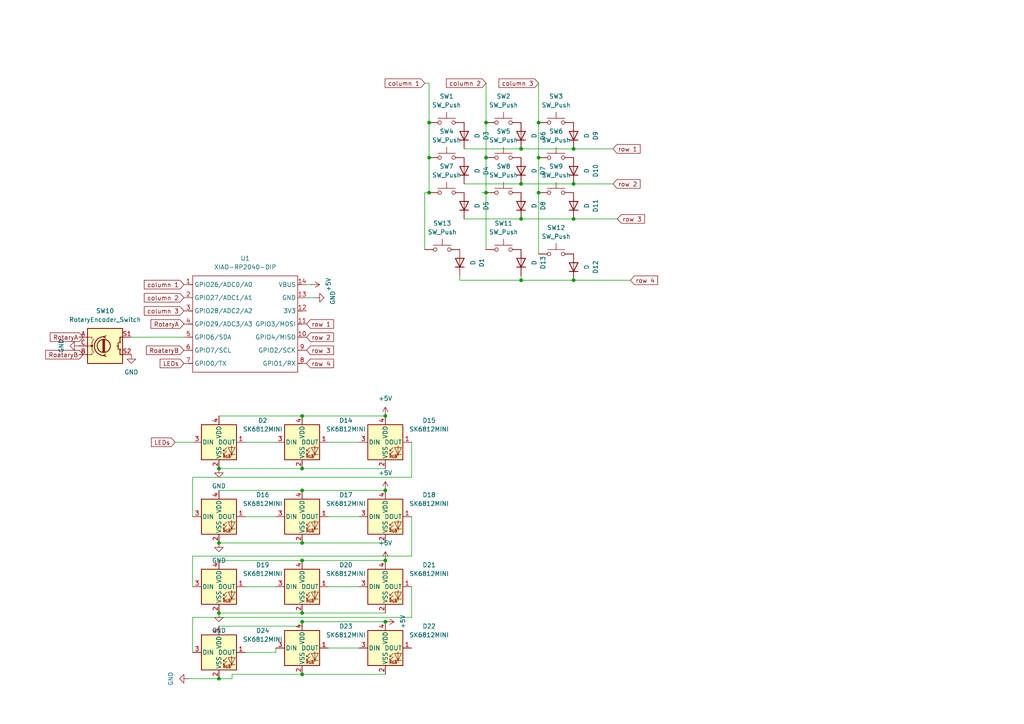
<source format=kicad_sch>
(kicad_sch (version 20231120) (generator "eeschema") (generator_version "8.0")
  (paper "A4")
  (lib_symbols
    (symbol "Device:D" (pin_numbers hide) (pin_names (offset 1.016) hide)
      (property "Reference" "D" (at 0 2.54 0))
      (property "Value" "D" (at 0 -2.54 0))
      (symbol "D_0_1"
        (polyline (pts (xy -1.27 1.27) (xy -1.27 -1.27)) (stroke (width 0.254)))
        (polyline (pts (xy 1.27 0) (xy -1.27 0)))
        (polyline (pts (xy 1.27 1.27) (xy 1.27 -1.27) (xy -1.27 0) (xy 1.27 1.27)) (stroke (width 0.254)))
      )
      (symbol "D_1_1"
        (pin passive line (at -3.81 0 0) (length 2.54) (name "K") (number "1"))
        (pin passive line (at 3.81 0 180) (length 2.54) (name "A") (number "2"))
      )
    )
    (symbol "Device:RotaryEncoder_Switch" (pin_names (offset 0.254) hide)
      (property "Reference" "SW" (at 0 6.604 0))
      (property "Value" "RotaryEncoder_Switch" (at 0 -6.604 0))
      (symbol "RotaryEncoder_Switch_0_1"
        (rectangle (start -5.08 5.08) (end 5.08 -5.08) (stroke (width 0.254)) (fill (type background)))
        (circle (center -3.81 0) (radius 0.254) (fill (type outline)))
        (circle (center -0.381 0) (radius 1.905) (stroke (width 0.254)))
        (arc (start -0.381 2.667) (mid -3.0988 -0.0635) (end -0.381 -2.794) (stroke (width 0.254)))
        (polyline (pts (xy -0.635 -1.778) (xy -0.635 1.778)) (stroke (width 0.254)))
        (polyline (pts (xy -0.381 -1.778) (xy -0.381 1.778)) (stroke (width 0.254)))
        (polyline (pts (xy -0.127 1.778) (xy -0.127 -1.778)) (stroke (width 0.254)))
        (polyline (pts (xy 3.81 0) (xy 3.429 0)) (stroke (width 0.254)))
        (polyline (pts (xy 3.81 1.016) (xy 3.81 -1.016)) (stroke (width 0.254)))
        (polyline (pts (xy -5.08 -2.54) (xy -3.81 -2.54) (xy -3.81 -2.032)))
        (polyline (pts (xy -5.08 2.54) (xy -3.81 2.54) (xy -3.81 2.032)))
        (polyline (pts (xy 0.254 -3.048) (xy -0.508 -2.794) (xy 0.127 -2.413)) (stroke (width 0.254)))
        (polyline (pts (xy 0.254 2.921) (xy -0.508 2.667) (xy 0.127 2.286)) (stroke (width 0.254)))
        (polyline (pts (xy 5.08 -2.54) (xy 4.318 -2.54) (xy 4.318 -1.016)) (stroke (width 0.254)))
        (polyline (pts (xy 5.08 2.54) (xy 4.318 2.54) (xy 4.318 1.016)) (stroke (width 0.254)))
        (polyline (pts (xy -5.08 0) (xy -3.81 0) (xy -3.81 -1.016) (xy -3.302 -2.032)))
        (polyline (pts (xy -4.318 0) (xy -3.81 0) (xy -3.81 1.016) (xy -3.302 2.032)))
        (circle (center 4.318 -1.016) (radius 0.127) (stroke (width 0.254)))
        (circle (center 4.318 1.016) (radius 0.127) (stroke (width 0.254)))
      )
      (symbol "RotaryEncoder_Switch_1_1"
        (pin passive line (at -7.62 2.54 0) (length 2.54) (name "A") (number "A"))
        (pin passive line (at -7.62 -2.54 0) (length 2.54) (name "B") (number "B"))
        (pin passive line (at -7.62 0 0) (length 2.54) (name "C") (number "C"))
        (pin passive line (at 7.62 2.54 180) (length 2.54) (name "S1") (number "S1"))
        (pin passive line (at 7.62 -2.54 180) (length 2.54) (name "S2") (number "S2"))
      )
    )
    (symbol "LED:SK6812MINI" (pin_names (offset 0.254))
      (property "Reference" "D" (at 5.08 5.715 0))
      (property "Value" "SK6812MINI" (at 1.27 -5.715 0))
      (symbol "SK6812MINI_0_0"
        (text "RGB" (at 2.286 -4.191 0) (effects (font (size 0.762 0.762))))
      )
      (symbol "SK6812MINI_0_1"
        (polyline (pts (xy 1.27 -3.556) (xy 1.778 -3.556)))
        (polyline (pts (xy 1.27 -2.54) (xy 1.778 -2.54)))
        (polyline (pts (xy 4.699 -3.556) (xy 2.667 -3.556)))
        (polyline (pts (xy 2.286 -2.54) (xy 1.27 -3.556) (xy 1.27 -3.048)))
        (polyline (pts (xy 2.286 -1.524) (xy 1.27 -2.54) (xy 1.27 -2.032)))
        (polyline (pts (xy 3.683 -1.016) (xy 3.683 -3.556) (xy 3.683 -4.064)))
        (polyline (pts (xy 4.699 -1.524) (xy 2.667 -1.524) (xy 3.683 -3.556) (xy 4.699 -1.524)))
        (rectangle (start 5.08 5.08) (end -5.08 -5.08) (stroke (width 0.254)) (fill (type background)))
      )
      (symbol "SK6812MINI_1_1"
        (pin output line (at 7.62 0 180) (length 2.54) (name "DOUT") (number "1"))
        (pin power_in line (at 0 -7.62 90) (length 2.54) (name "VSS") (number "2"))
        (pin input line (at -7.62 0 0) (length 2.54) (name "DIN") (number "3"))
        (pin power_in line (at 0 7.62 270) (length 2.54) (name "VDD") (number "4"))
      )
    )
    (symbol "OPL:XIAO-RP2040-DIP"
      (property "Reference" "U" (at 0 0 0))
      (property "Value" "XIAO-RP2040-DIP" (at 5.334 -1.778 0))
      (symbol "XIAO-RP2040-DIP_1_0"
        (polyline (pts (xy -1.27 -30.48) (xy -1.27 -16.51)) (stroke (width 0.1524)))
        (polyline (pts (xy -1.27 -27.94) (xy -2.54 -27.94)) (stroke (width 0.1524)))
        (polyline (pts (xy -1.27 -24.13) (xy -2.54 -24.13)) (stroke (width 0.1524)))
        (polyline (pts (xy -1.27 -20.32) (xy -2.54 -20.32)) (stroke (width 0.1524)))
        (polyline (pts (xy -1.27 -16.51) (xy -2.54 -16.51)) (stroke (width 0.1524)))
        (polyline (pts (xy -1.27 -16.51) (xy -1.27 -12.7)) (stroke (width 0.1524)))
        (polyline (pts (xy -1.27 -12.7) (xy -2.54 -12.7)) (stroke (width 0.1524)))
        (polyline (pts (xy -1.27 -12.7) (xy -1.27 -8.89)) (stroke (width 0.1524)))
        (polyline (pts (xy -1.27 -8.89) (xy -2.54 -8.89)) (stroke (width 0.1524)))
        (polyline (pts (xy -1.27 -8.89) (xy -1.27 -5.08)) (stroke (width 0.1524)))
        (polyline (pts (xy -1.27 -5.08) (xy -2.54 -5.08)) (stroke (width 0.1524)))
        (polyline (pts (xy -1.27 -5.08) (xy -1.27 -2.54)) (stroke (width 0.1524)))
        (polyline (pts (xy -1.27 -2.54) (xy 29.21 -2.54)) (stroke (width 0.1524)))
        (polyline (pts (xy 29.21 -30.48) (xy -1.27 -30.48)) (stroke (width 0.1524)))
        (polyline (pts (xy 29.21 -12.7) (xy 29.21 -30.48)) (stroke (width 0.1524)))
        (polyline (pts (xy 29.21 -8.89) (xy 29.21 -12.7)) (stroke (width 0.1524)))
        (polyline (pts (xy 29.21 -5.08) (xy 29.21 -8.89)) (stroke (width 0.1524)))
        (polyline (pts (xy 29.21 -2.54) (xy 29.21 -5.08)) (stroke (width 0.1524)))
        (polyline (pts (xy 30.48 -27.94) (xy 29.21 -27.94)) (stroke (width 0.1524)))
        (polyline (pts (xy 30.48 -24.13) (xy 29.21 -24.13)) (stroke (width 0.1524)))
        (polyline (pts (xy 30.48 -20.32) (xy 29.21 -20.32)) (stroke (width 0.1524)))
        (polyline (pts (xy 30.48 -16.51) (xy 29.21 -16.51)) (stroke (width 0.1524)))
        (polyline (pts (xy 30.48 -12.7) (xy 29.21 -12.7)) (stroke (width 0.1524)))
        (polyline (pts (xy 30.48 -8.89) (xy 29.21 -8.89)) (stroke (width 0.1524)))
        (polyline (pts (xy 30.48 -5.08) (xy 29.21 -5.08)) (stroke (width 0.1524)))
        (pin passive line (at -3.81 -5.08 0) (length 2.54) (name "GPIO26/ADC0/A0") (number "1"))
        (pin passive line (at 31.75 -20.32 180) (length 2.54) (name "GPIO4/MISO") (number "10"))
        (pin passive line (at 31.75 -16.51 180) (length 2.54) (name "GPIO3/MOSI") (number "11"))
        (pin passive line (at 31.75 -12.7 180) (length 2.54) (name "3V3") (number "12"))
        (pin passive line (at 31.75 -8.89 180) (length 2.54) (name "GND") (number "13"))
        (pin passive line (at 31.75 -5.08 180) (length 2.54) (name "VBUS") (number "14"))
        (pin passive line (at -3.81 -8.89 0) (length 2.54) (name "GPIO27/ADC1/A1") (number "2"))
        (pin passive line (at -3.81 -12.7 0) (length 2.54) (name "GPIO28/ADC2/A2") (number "3"))
        (pin passive line (at -3.81 -16.51 0) (length 2.54) (name "GPIO29/ADC3/A3") (number "4"))
        (pin passive line (at -3.81 -20.32 0) (length 2.54) (name "GPIO6/SDA") (number "5"))
        (pin passive line (at -3.81 -24.13 0) (length 2.54) (name "GPIO7/SCL") (number "6"))
        (pin passive line (at -3.81 -27.94 0) (length 2.54) (name "GPIO0/TX") (number "7"))
        (pin passive line (at 31.75 -27.94 180) (length 2.54) (name "GPIO1/RX") (number "8"))
        (pin passive line (at 31.75 -24.13 180) (length 2.54) (name "GPIO2/SCK") (number "9"))
      )
    )
    (symbol "Switch:SW_Push" (pin_numbers hide) (pin_names (offset 1.016) hide)
      (property "Reference" "SW" (at 1.27 2.54 0))
      (property "Value" "SW_Push" (at 0 -1.524 0))
      (symbol "SW_Push_0_1"
        (circle (center -2.032 0) (radius 0.508))
        (polyline (pts (xy 0 1.27) (xy 0 3.048)))
        (polyline (pts (xy 2.54 1.27) (xy -2.54 1.27)))
        (circle (center 2.032 0) (radius 0.508))
        (pin passive line (at -5.08 0 0) (length 2.54) (name "1") (number "1"))
        (pin passive line (at 5.08 0 180) (length 2.54) (name "2") (number "2"))
      )
    )
    (symbol "power:+5V" (power) (pin_numbers hide) (pin_names (offset 0) hide)
      (property "Value" "+5V" (at 0 3.556 0))
      (symbol "+5V_0_1"
        (polyline (pts (xy -0.762 1.27) (xy 0 2.54)))
        (polyline (pts (xy 0 0) (xy 0 2.54)))
        (polyline (pts (xy 0 2.54) (xy 0.762 1.27)))
      )
      (symbol "+5V_1_1"
        (pin power_in line (at 0 0 90) (length 0) (name "~") (number "1"))
      )
    )
    (symbol "power:GND" (power) (pin_numbers hide) (pin_names (offset 0) hide)
      (property "Value" "GND" (at 0 -3.81 0))
      (symbol "GND_0_1"
        (polyline (pts (xy 0 0) (xy 0 -1.27) (xy 1.27 -1.27) (xy 0 -2.54) (xy -1.27 -1.27) (xy 0 -1.27)))
      )
      (symbol "GND_1_1"
        (pin power_in line (at 0 0 270) (length 0) (name "~") (number "1"))
      )
    )
  )
  (junction (at 124.46 35.56))
  (junction (at 140.97 55.88))
  (junction (at 87.63 180.34))
  (junction (at 140.97 45.72))
  (junction (at 63.5 157.48))
  (junction (at 87.63 162.56))
  (junction (at 63.5 196.85))
  (junction (at 87.63 157.48))
  (junction (at 111.76 120.65))
  (junction (at 166.37 53.34))
  (junction (at 156.21 35.56))
  (junction (at 166.37 63.5))
  (junction (at 156.21 45.72))
  (junction (at 140.97 35.56))
  (junction (at 124.46 45.72))
  (junction (at 87.63 120.65))
  (junction (at 151.13 63.5))
  (junction (at 87.63 142.24))
  (junction (at 111.76 180.34))
  (junction (at 63.5 135.89))
  (junction (at 166.37 81.28))
  (junction (at 87.63 135.89))
  (junction (at 63.5 177.8))
  (junction (at 111.76 162.56))
  (junction (at 166.37 43.18))
  (junction (at 111.76 142.24))
  (junction (at 156.21 55.88))
  (junction (at 151.13 43.18))
  (junction (at 87.63 195.58))
  (junction (at 124.46 55.88))
  (junction (at 151.13 53.34))
  (junction (at 151.13 81.28))
  (junction (at 87.63 177.8))
  (wire (pts (xy 71.12 189.23) (xy 80.01 189.23)))
  (wire (pts (xy 54.61 196.85) (xy 63.5 196.85)))
  (wire (pts (xy 55.88 161.29) (xy 55.88 170.18)))
  (wire (pts (xy 87.63 195.58) (xy 111.76 195.58)))
  (wire (pts (xy 67.31 196.85) (xy 67.31 195.58)))
  (wire (pts (xy 119.38 170.18) (xy 119.38 179.07)))
  (wire (pts (xy 151.13 53.34) (xy 166.37 53.34)))
  (wire (pts (xy 88.9 86.36) (xy 91.44 86.36)))
  (wire (pts (xy 87.63 180.34) (xy 111.76 180.34)))
  (wire (pts (xy 63.5 177.8) (xy 87.63 177.8)))
  (wire (pts (xy 71.12 149.86) (xy 80.01 149.86)))
  (wire (pts (xy 133.35 80.01) (xy 133.35 81.28)))
  (wire (pts (xy 95.25 149.86) (xy 104.14 149.86)))
  (wire (pts (xy 166.37 53.34) (xy 177.8 53.34)))
  (wire (pts (xy 151.13 81.28) (xy 166.37 81.28)))
  (wire (pts (xy 134.62 43.18) (xy 151.13 43.18)))
  (wire (pts (xy 63.5 196.85) (xy 67.31 196.85)))
  (wire (pts (xy 139.7 55.88) (xy 140.97 55.88)))
  (wire (pts (xy 133.35 81.28) (xy 151.13 81.28)))
  (wire (pts (xy 22.86 102.87) (xy 24.13 102.87)))
  (wire (pts (xy 166.37 43.18) (xy 177.8 43.18)))
  (wire (pts (xy 63.5 181.61) (xy 87.63 181.61)))
  (wire (pts (xy 134.62 53.34) (xy 151.13 53.34)))
  (wire (pts (xy 140.97 55.88) (xy 140.97 72.39)))
  (wire (pts (xy 63.5 142.24) (xy 87.63 142.24)))
  (wire (pts (xy 87.63 177.8) (xy 111.76 177.8)))
  (wire (pts (xy 95.25 187.96) (xy 104.14 187.96)))
  (wire (pts (xy 124.46 24.13) (xy 124.46 35.56)))
  (wire (pts (xy 156.21 35.56) (xy 156.21 45.72)))
  (wire (pts (xy 80.01 189.23) (xy 80.01 187.96)))
  (wire (pts (xy 87.63 135.89) (xy 111.76 135.89)))
  (wire (pts (xy 71.12 128.27) (xy 80.01 128.27)))
  (wire (pts (xy 95.25 170.18) (xy 104.14 170.18)))
  (wire (pts (xy 140.97 24.13) (xy 140.97 35.56)))
  (wire (pts (xy 63.5 120.65) (xy 87.63 120.65)))
  (wire (pts (xy 166.37 81.28) (xy 182.88 81.28)))
  (wire (pts (xy 119.38 149.86) (xy 119.38 161.29)))
  (wire (pts (xy 71.12 170.18) (xy 80.01 170.18)))
  (wire (pts (xy 87.63 162.56) (xy 111.76 162.56)))
  (wire (pts (xy 119.38 179.07) (xy 55.88 179.07)))
  (wire (pts (xy 140.97 45.72) (xy 140.97 55.88)))
  (wire (pts (xy 88.9 82.55) (xy 90.17 82.55)))
  (wire (pts (xy 87.63 157.48) (xy 111.76 157.48)))
  (wire (pts (xy 95.25 128.27) (xy 104.14 128.27)))
  (wire (pts (xy 119.38 161.29) (xy 55.88 161.29)))
  (wire (pts (xy 140.97 35.56) (xy 140.97 45.72)))
  (wire (pts (xy 87.63 120.65) (xy 111.76 120.65)))
  (wire (pts (xy 123.19 55.88) (xy 124.46 55.88)))
  (wire (pts (xy 55.88 179.07) (xy 55.88 189.23)))
  (wire (pts (xy 50.8 128.27) (xy 55.88 128.27)))
  (wire (pts (xy 156.21 45.72) (xy 156.21 55.88)))
  (wire (pts (xy 134.62 63.5) (xy 151.13 63.5)))
  (wire (pts (xy 123.19 72.39) (xy 123.19 55.88)))
  (wire (pts (xy 156.21 24.13) (xy 156.21 35.56)))
  (wire (pts (xy 119.38 128.27) (xy 119.38 138.43)))
  (wire (pts (xy 124.46 35.56) (xy 124.46 45.72)))
  (wire (pts (xy 124.46 45.72) (xy 124.46 55.88)))
  (wire (pts (xy 38.1 97.79) (xy 53.34 97.79)))
  (wire (pts (xy 67.31 195.58) (xy 87.63 195.58)))
  (wire (pts (xy 63.5 162.56) (xy 87.63 162.56)))
  (wire (pts (xy 151.13 43.18) (xy 166.37 43.18)))
  (wire (pts (xy 87.63 142.24) (xy 111.76 142.24)))
  (wire (pts (xy 55.88 138.43) (xy 55.88 149.86)))
  (wire (pts (xy 119.38 138.43) (xy 55.88 138.43)))
  (wire (pts (xy 87.63 181.61) (xy 87.63 180.34)))
  (wire (pts (xy 166.37 63.5) (xy 179.07 63.5)))
  (wire (pts (xy 123.19 24.13) (xy 124.46 24.13)))
  (wire (pts (xy 156.21 55.88) (xy 156.21 73.66)))
  (wire (pts (xy 63.5 135.89) (xy 87.63 135.89)))
  (wire (pts (xy 22.86 97.79) (xy 24.13 97.79)))
  (wire (pts (xy 63.5 157.48) (xy 87.63 157.48)))
  (wire (pts (xy 151.13 80.01) (xy 151.13 81.28)))
  (wire (pts (xy 151.13 63.5) (xy 166.37 63.5)))
  (global_label "column 1" (shape input) (at 53.34 82.55 180) (property "Intersheetrefs" "${INTERSHEET_REFS}" (effects (hide yes))))
  (global_label "row 3" (shape input) (at 88.9 101.6 0) (property "Intersheetrefs" "${INTERSHEET_REFS}" (effects (hide yes))))
  (global_label "LEDs" (shape input) (at 53.34 105.41 180) (property "Intersheetrefs" "${INTERSHEET_REFS}" (effects (hide yes))))
  (global_label "row 3" (shape input) (at 179.07 63.5 0) (property "Intersheetrefs" "${INTERSHEET_REFS}" (effects (hide yes))))
  (global_label "column 2" (shape input) (at 53.34 86.36 180) (property "Intersheetrefs" "${INTERSHEET_REFS}" (effects (hide yes))))
  (global_label "row 2" (shape input) (at 88.9 97.79 0) (property "Intersheetrefs" "${INTERSHEET_REFS}" (effects (hide yes))))
  (global_label "RoataryB" (shape input) (at 24.13 102.87 180) (property "Intersheetrefs" "${INTERSHEET_REFS}" (effects (hide yes))))
  (global_label "RotaryA" (shape input) (at 53.34 93.98 180) (property "Intersheetrefs" "${INTERSHEET_REFS}" (effects (hide yes))))
  (global_label "row 2" (shape input) (at 177.8 53.34 0) (property "Intersheetrefs" "${INTERSHEET_REFS}" (effects (hide yes))))
  (global_label "column 2" (shape input) (at 140.97 24.13 180) (property "Intersheetrefs" "${INTERSHEET_REFS}" (effects (hide yes))))
  (global_label "column 1" (shape input) (at 123.19 24.13 180) (property "Intersheetrefs" "${INTERSHEET_REFS}" (effects (hide yes))))
  (global_label "RotaryA" (shape input) (at 24.13 97.79 180) (property "Intersheetrefs" "${INTERSHEET_REFS}" (effects (hide yes))))
  (global_label "row 4" (shape input) (at 88.9 105.41 0) (property "Intersheetrefs" "${INTERSHEET_REFS}" (effects (hide yes))))
  (global_label "column 3" (shape input) (at 53.34 90.17 180) (property "Intersheetrefs" "${INTERSHEET_REFS}" (effects (hide yes))))
  (global_label "row 4" (shape input) (at 182.88 81.28 0) (property "Intersheetrefs" "${INTERSHEET_REFS}" (effects (hide yes))))
  (global_label "RoataryB" (shape input) (at 53.34 101.6 180) (property "Intersheetrefs" "${INTERSHEET_REFS}" (effects (hide yes))))
  (global_label "column 3" (shape input) (at 156.21 24.13 180) (property "Intersheetrefs" "${INTERSHEET_REFS}" (effects (hide yes))))
  (global_label "row 1" (shape input) (at 88.9 93.98 0) (property "Intersheetrefs" "${INTERSHEET_REFS}" (effects (hide yes))))
  (global_label "row 1" (shape input) (at 177.8 43.18 0) (property "Intersheetrefs" "${INTERSHEET_REFS}" (effects (hide yes))))
  (global_label "LEDs" (shape input) (at 50.8 128.27 180) (property "Intersheetrefs" "${INTERSHEET_REFS}" (effects (hide yes))))
  (symbol (lib_id "power:GND") (at 91.44 86.36 90) (unit 1)
    (property "Reference" "#PWR04" (effects (hide yes)))
    (property "Value" "GND" (at 96.52 86.36 0))
    (property "Description" "Power symbol creates a global label with name \"GND\" , ground" (effects (hide yes)))
  )
  (symbol (lib_id "Device:RotaryEncoder_Switch") (at 30.48 100.33 0) (unit 1)
    (property "Reference" "SW10" (at 30.48 90.17 0))
    (property "Value" "RotaryEncoder_Switch" (at 30.48 92.71 0))
    (property "Footprint" "MINI-E:RotaryEncoder_Alps_EC11E-Switch_Vertical_H20mm_CircularMountingHoles" (effects (hide yes)))
    (property "Description" "Rotary encoder, dual channel, incremental quadrate outputs, with switch" (effects (hide yes)))
  )
  (symbol (lib_id "Device:D") (at 166.37 77.47 270) (mirror x) (unit 1)
    (property "Reference" "D12" (at 172.72 77.47 0))
    (property "Value" "D" (at 170.18 77.47 0))
    (property "Footprint" "Diode_THT:D_DO-35_SOD27_P7.62mm_Horizontal" (effects (hide yes)))
    (property "Description" "Diode" (effects (hide yes)))
    (property "Sim.Device" "D" (effects (hide yes)))
    (property "Sim.Pins" "1=K 2=A" (effects (hide yes)))
  )
  (symbol (lib_id "power:+5V") (at 111.76 142.24 0) (unit 1)
    (property "Reference" "#PWR06" (effects (hide yes)))
    (property "Value" "+5V" (at 111.76 137.16 0))
    (property "Description" "Power symbol creates a global label with name \"+5V\"" (effects (hide yes)))
  )
  (symbol (lib_id "power:GND") (at 63.5 157.48 0) (unit 1)
    (property "Reference" "#PWR09" (effects (hide yes)))
    (property "Value" "GND" (at 63.5 162.56 0))
    (property "Description" "Power symbol creates a global label with name \"GND\" , ground" (effects (hide yes)))
  )
  (symbol (lib_id "power:GND") (at 38.1 102.87 0) (unit 1)
    (property "Reference" "#PWR012" (effects (hide yes)))
    (property "Value" "GND" (at 38.1 107.95 0))
    (property "Description" "Power symbol creates a global label with name \"GND\" , ground" (effects (hide yes)))
  )
  (symbol (lib_id "Switch:SW_Push") (at 161.29 45.72 0) (unit 1)
    (property "Reference" "SW6" (at 161.29 38.1 0))
    (property "Value" "SW_Push" (at 161.29 40.64 0))
    (property "Footprint" "MINI-E:SW_Cherry_MX_1.00u_PCB_copy" (effects (hide yes)))
    (property "Description" "Push button switch, generic, two pins" (effects (hide yes)))
  )
  (symbol (lib_id "Switch:SW_Push") (at 161.29 35.56 0) (unit 1)
    (property "Reference" "SW3" (at 161.29 27.94 0))
    (property "Value" "SW_Push" (at 161.29 30.48 0))
    (property "Footprint" "MINI-E:SW_Cherry_MX_1.00u_PCB_copy" (effects (hide yes)))
    (property "Description" "Push button switch, generic, two pins" (effects (hide yes)))
  )
  (symbol (lib_id "LED:SK6812MINI") (at 63.5 189.23 0) (unit 1)
    (property "Reference" "D24" (at 76.2 182.9114 0))
    (property "Value" "SK6812MINI" (at 76.2 185.4514 0))
    (property "Footprint" "MINI-E:SK6812MINI-E" (effects (hide yes)))
    (property "Datasheet" "https://cdn-shop.adafruit.com/product-files/2686/SK6812MINI_REV.01-1-2.pdf" (effects (hide yes)))
    (property "Description" "RGB LED with integrated controller" (effects (hide yes)))
  )
  (symbol (lib_id "power:+5V") (at 111.76 120.65 0) (unit 1)
    (property "Reference" "#PWR01" (effects (hide yes)))
    (property "Value" "+5V" (at 111.76 115.57 0))
    (property "Description" "Power symbol creates a global label with name \"+5V\"" (effects (hide yes)))
  )
  (symbol (lib_id "LED:SK6812MINI") (at 87.63 170.18 0) (unit 1)
    (property "Reference" "D20" (at 100.33 163.8614 0))
    (property "Value" "SK6812MINI" (at 100.33 166.4014 0))
    (property "Footprint" "MINI-E:SK6812MINI-E" (effects (hide yes)))
    (property "Datasheet" "https://cdn-shop.adafruit.com/product-files/2686/SK6812MINI_REV.01-1-2.pdf" (effects (hide yes)))
    (property "Description" "RGB LED with integrated controller" (effects (hide yes)))
  )
  (symbol (lib_id "power:GND") (at 63.5 177.8 0) (unit 1)
    (property "Reference" "#PWR010" (effects (hide yes)))
    (property "Value" "GND" (at 63.5 182.88 0))
    (property "Description" "Power symbol creates a global label with name \"GND\" , ground" (effects (hide yes)))
  )
  (symbol (lib_id "Device:D") (at 166.37 59.69 270) (mirror x) (unit 1)
    (property "Reference" "D11" (at 172.72 59.69 0))
    (property "Value" "D" (at 170.18 59.69 0))
    (property "Footprint" "Diode_THT:D_DO-35_SOD27_P7.62mm_Horizontal" (effects (hide yes)))
    (property "Description" "Diode" (effects (hide yes)))
    (property "Sim.Device" "D" (effects (hide yes)))
    (property "Sim.Pins" "1=K 2=A" (effects (hide yes)))
  )
  (symbol (lib_id "LED:SK6812MINI") (at 87.63 149.86 0) (unit 1)
    (property "Reference" "D17" (at 100.33 143.5414 0))
    (property "Value" "SK6812MINI" (at 100.33 146.0814 0))
    (property "Footprint" "MINI-E:SK6812MINI-E" (effects (hide yes)))
    (property "Datasheet" "https://cdn-shop.adafruit.com/product-files/2686/SK6812MINI_REV.01-1-2.pdf" (effects (hide yes)))
    (property "Description" "RGB LED with integrated controller" (effects (hide yes)))
  )
  (symbol (lib_id "LED:SK6812MINI") (at 111.76 170.18 0) (unit 1)
    (property "Reference" "D21" (at 124.46 163.8614 0))
    (property "Value" "SK6812MINI" (at 124.46 166.4014 0))
    (property "Footprint" "MINI-E:SK6812MINI-E" (effects (hide yes)))
    (property "Datasheet" "https://cdn-shop.adafruit.com/product-files/2686/SK6812MINI_REV.01-1-2.pdf" (effects (hide yes)))
    (property "Description" "RGB LED with integrated controller" (effects (hide yes)))
  )
  (symbol (lib_id "Switch:SW_Push") (at 129.54 45.72 0) (unit 1)
    (property "Reference" "SW4" (at 129.54 38.1 0))
    (property "Value" "SW_Push" (at 129.54 40.64 0))
    (property "Footprint" "MINI-E:SW_Cherry_MX_1.00u_PCB_copy" (effects (hide yes)))
    (property "Description" "Push button switch, generic, two pins" (effects (hide yes)))
  )
  (symbol (lib_id "Switch:SW_Push") (at 146.05 35.56 0) (unit 1)
    (property "Reference" "SW2" (at 146.05 27.94 0))
    (property "Value" "SW_Push" (at 146.05 30.48 0))
    (property "Footprint" "MINI-E:SW_Cherry_MX_1.00u_PCB_copy" (effects (hide yes)))
    (property "Description" "Push button switch, generic, two pins" (effects (hide yes)))
  )
  (symbol (lib_id "power:GND") (at 63.5 135.89 0) (unit 1)
    (property "Reference" "#PWR02" (effects (hide yes)))
    (property "Value" "GND" (at 63.5 140.97 0))
    (property "Description" "Power symbol creates a global label with name \"GND\" , ground" (effects (hide yes)))
  )
  (symbol (lib_id "power:+5V") (at 111.76 180.34 270) (unit 1)
    (property "Reference" "#PWR08" (effects (hide yes)))
    (property "Value" "+5V" (at 116.84 180.34 0))
    (property "Description" "Power symbol creates a global label with name \"+5V\"" (effects (hide yes)))
  )
  (symbol (lib_id "Device:D") (at 166.37 39.37 270) (mirror x) (unit 1)
    (property "Reference" "D9" (at 172.72 39.37 0))
    (property "Value" "D" (at 170.18 39.37 0))
    (property "Footprint" "Diode_THT:D_DO-35_SOD27_P7.62mm_Horizontal" (effects (hide yes)))
    (property "Description" "Diode" (effects (hide yes)))
    (property "Sim.Device" "D" (effects (hide yes)))
    (property "Sim.Pins" "1=K 2=A" (effects (hide yes)))
  )
  (symbol (lib_id "Device:D") (at 134.62 59.69 270) (mirror x) (unit 1)
    (property "Reference" "D5" (at 140.97 59.69 0))
    (property "Value" "D" (at 138.43 59.69 0))
    (property "Footprint" "Diode_THT:D_DO-35_SOD27_P7.62mm_Horizontal" (effects (hide yes)))
    (property "Description" "Diode" (effects (hide yes)))
    (property "Sim.Device" "D" (effects (hide yes)))
    (property "Sim.Pins" "1=K 2=A" (effects (hide yes)))
  )
  (symbol (lib_id "Switch:SW_Push") (at 129.54 35.56 0) (unit 1)
    (property "Reference" "SW1" (at 129.54 27.94 0))
    (property "Value" "SW_Push" (at 129.54 30.48 0))
    (property "Footprint" "MINI-E:SW_Cherry_MX_1.00u_PCB_copy" (effects (hide yes)))
    (property "Description" "Push button switch, generic, two pins" (effects (hide yes)))
  )
  (symbol (lib_id "Device:D") (at 151.13 39.37 270) (mirror x) (unit 1)
    (property "Reference" "D6" (at 157.48 39.37 0))
    (property "Value" "D" (at 154.94 39.37 0))
    (property "Footprint" "Diode_THT:D_DO-35_SOD27_P7.62mm_Horizontal" (effects (hide yes)))
    (property "Description" "Diode" (effects (hide yes)))
    (property "Sim.Device" "D" (effects (hide yes)))
    (property "Sim.Pins" "1=K 2=A" (effects (hide yes)))
  )
  (symbol (lib_id "LED:SK6812MINI") (at 63.5 128.27 0) (unit 1)
    (property "Reference" "D2" (at 76.2 121.9514 0))
    (property "Value" "SK6812MINI" (at 76.2 124.4914 0))
    (property "Footprint" "MINI-E:SK6812MINI-E" (effects (hide yes)))
    (property "Datasheet" "https://cdn-shop.adafruit.com/product-files/2686/SK6812MINI_REV.01-1-2.pdf" (effects (hide yes)))
    (property "Description" "RGB LED with integrated controller" (effects (hide yes)))
  )
  (symbol (lib_id "LED:SK6812MINI") (at 111.76 187.96 0) (unit 1)
    (property "Reference" "D22" (at 124.46 181.6414 0))
    (property "Value" "SK6812MINI" (at 124.46 184.1814 0))
    (property "Footprint" "MINI-E:SK6812MINI-E" (effects (hide yes)))
    (property "Datasheet" "https://cdn-shop.adafruit.com/product-files/2686/SK6812MINI_REV.01-1-2.pdf" (effects (hide yes)))
    (property "Description" "RGB LED with integrated controller" (effects (hide yes)))
  )
  (symbol (lib_id "LED:SK6812MINI") (at 111.76 149.86 0) (unit 1)
    (property "Reference" "D18" (at 124.46 143.5414 0))
    (property "Value" "SK6812MINI" (at 124.46 146.0814 0))
    (property "Footprint" "MINI-E:SK6812MINI-E" (effects (hide yes)))
    (property "Datasheet" "https://cdn-shop.adafruit.com/product-files/2686/SK6812MINI_REV.01-1-2.pdf" (effects (hide yes)))
    (property "Description" "RGB LED with integrated controller" (effects (hide yes)))
  )
  (symbol (lib_id "power:+5V") (at 90.17 82.55 270) (unit 1)
    (property "Reference" "#PWR05" (effects (hide yes)))
    (property "Value" "+5V" (at 95.25 82.55 0))
    (property "Description" "Power symbol creates a global label with name \"+5V\"" (effects (hide yes)))
  )
  (symbol (lib_id "power:GND") (at 54.61 196.85 270) (unit 1)
    (property "Reference" "#PWR011" (effects (hide yes)))
    (property "Value" "GND" (at 49.53 196.85 0))
    (property "Description" "Power symbol creates a global label with name \"GND\" , ground" (effects (hide yes)))
  )
  (symbol (lib_id "LED:SK6812MINI") (at 87.63 187.96 0) (unit 1)
    (property "Reference" "D23" (at 100.33 181.6414 0))
    (property "Value" "SK6812MINI" (at 100.33 184.1814 0))
    (property "Footprint" "MINI-E:SK6812MINI-E" (effects (hide yes)))
    (property "Datasheet" "https://cdn-shop.adafruit.com/product-files/2686/SK6812MINI_REV.01-1-2.pdf" (effects (hide yes)))
    (property "Description" "RGB LED with integrated controller" (effects (hide yes)))
  )
  (symbol (lib_id "LED:SK6812MINI") (at 63.5 170.18 0) (unit 1)
    (property "Reference" "D19" (at 76.2 163.8614 0))
    (property "Value" "SK6812MINI" (at 76.2 166.4014 0))
    (property "Footprint" "MINI-E:SK6812MINI-E" (effects (hide yes)))
    (property "Datasheet" "https://cdn-shop.adafruit.com/product-files/2686/SK6812MINI_REV.01-1-2.pdf" (effects (hide yes)))
    (property "Description" "RGB LED with integrated controller" (effects (hide yes)))
  )
  (symbol (lib_id "Device:D") (at 151.13 76.2 270) (mirror x) (unit 1)
    (property "Reference" "D13" (at 157.48 76.2 0))
    (property "Value" "D" (at 154.94 76.2 0))
    (property "Footprint" "Diode_THT:D_DO-35_SOD27_P7.62mm_Horizontal" (effects (hide yes)))
    (property "Description" "Diode" (effects (hide yes)))
    (property "Sim.Device" "D" (effects (hide yes)))
    (property "Sim.Pins" "1=K 2=A" (effects (hide yes)))
  )
  (symbol (lib_id "OPL:XIAO-RP2040-DIP") (at 57.15 77.47 0) (unit 1)
    (property "Reference" "U1" (at 71.12 74.93 0))
    (property "Value" "XIAO-RP2040-DIP" (at 71.12 77.47 0))
    (property "Footprint" "OPL:XIAO-RP2040-DIP" (effects (hide yes)))
  )
  (symbol (lib_id "Device:D") (at 151.13 49.53 270) (mirror x) (unit 1)
    (property "Reference" "D7" (at 157.48 49.53 0))
    (property "Value" "D" (at 154.94 49.53 0))
    (property "Footprint" "Diode_THT:D_DO-35_SOD27_P7.62mm_Horizontal" (effects (hide yes)))
    (property "Description" "Diode" (effects (hide yes)))
    (property "Sim.Device" "D" (effects (hide yes)))
    (property "Sim.Pins" "1=K 2=A" (effects (hide yes)))
  )
  (symbol (lib_id "Device:D") (at 133.35 76.2 270) (mirror x) (unit 1)
    (property "Reference" "D1" (at 139.7 76.2 0))
    (property "Value" "D" (at 137.16 76.2 0))
    (property "Footprint" "Diode_THT:D_DO-35_SOD27_P7.62mm_Horizontal" (effects (hide yes)))
    (property "Description" "Diode" (effects (hide yes)))
    (property "Sim.Device" "D" (effects (hide yes)))
    (property "Sim.Pins" "1=K 2=A" (effects (hide yes)))
  )
  (symbol (lib_id "Switch:SW_Push") (at 146.05 45.72 0) (unit 1)
    (property "Reference" "SW5" (at 146.05 38.1 0))
    (property "Value" "SW_Push" (at 146.05 40.64 0))
    (property "Footprint" "MINI-E:SW_Cherry_MX_1.00u_PCB_copy" (effects (hide yes)))
    (property "Description" "Push button switch, generic, two pins" (effects (hide yes)))
  )
  (symbol (lib_id "Device:D") (at 134.62 49.53 270) (mirror x) (unit 1)
    (property "Reference" "D4" (at 140.97 49.53 0))
    (property "Value" "D" (at 138.43 49.53 0))
    (property "Footprint" "Diode_THT:D_DO-35_SOD27_P7.62mm_Horizontal" (effects (hide yes)))
    (property "Description" "Diode" (effects (hide yes)))
    (property "Sim.Device" "D" (effects (hide yes)))
    (property "Sim.Pins" "1=K 2=A" (effects (hide yes)))
  )
  (symbol (lib_id "power:GND") (at 22.86 100.33 270) (unit 1)
    (property "Reference" "#PWR03" (effects (hide yes)))
    (property "Value" "GND" (at 17.78 100.33 0))
    (property "Description" "Power symbol creates a global label with name \"GND\" , ground" (effects (hide yes)))
  )
  (symbol (lib_id "Switch:SW_Push") (at 146.05 55.88 0) (unit 1)
    (property "Reference" "SW8" (at 146.05 48.26 0))
    (property "Value" "SW_Push" (at 146.05 50.8 0))
    (property "Footprint" "MINI-E:SW_Cherry_MX_1.00u_PCB_copy" (effects (hide yes)))
    (property "Description" "Push button switch, generic, two pins" (effects (hide yes)))
  )
  (symbol (lib_id "Switch:SW_Push") (at 161.29 73.66 0) (unit 1)
    (property "Reference" "SW12" (at 161.29 66.04 0))
    (property "Value" "SW_Push" (at 161.29 68.58 0))
    (property "Footprint" "MINI-E:SW_Cherry_MX_1.00u_PCB_copy" (effects (hide yes)))
    (property "Description" "Push button switch, generic, two pins" (effects (hide yes)))
  )
  (symbol (lib_id "LED:SK6812MINI") (at 63.5 149.86 0) (unit 1)
    (property "Reference" "D16" (at 76.2 143.5414 0))
    (property "Value" "SK6812MINI" (at 76.2 146.0814 0))
    (property "Footprint" "MINI-E:SK6812MINI-E" (effects (hide yes)))
    (property "Datasheet" "https://cdn-shop.adafruit.com/product-files/2686/SK6812MINI_REV.01-1-2.pdf" (effects (hide yes)))
    (property "Description" "RGB LED with integrated controller" (effects (hide yes)))
  )
  (symbol (lib_id "LED:SK6812MINI") (at 111.76 128.27 0) (unit 1)
    (property "Reference" "D15" (at 124.46 121.9514 0))
    (property "Value" "SK6812MINI" (at 124.46 124.4914 0))
    (property "Footprint" "MINI-E:SK6812MINI-E" (effects (hide yes)))
    (property "Datasheet" "https://cdn-shop.adafruit.com/product-files/2686/SK6812MINI_REV.01-1-2.pdf" (effects (hide yes)))
    (property "Description" "RGB LED with integrated controller" (effects (hide yes)))
  )
  (symbol (lib_id "Switch:SW_Push") (at 129.54 55.88 0) (unit 1)
    (property "Reference" "SW7" (at 129.54 48.26 0))
    (property "Value" "SW_Push" (at 129.54 50.8 0))
    (property "Footprint" "MINI-E:SW_Cherry_MX_1.00u_PCB_copy" (effects (hide yes)))
    (property "Description" "Push button switch, generic, two pins" (effects (hide yes)))
  )
  (symbol (lib_id "Switch:SW_Push") (at 161.29 55.88 0) (unit 1)
    (property "Reference" "SW9" (at 161.29 48.26 0))
    (property "Value" "SW_Push" (at 161.29 50.8 0))
    (property "Footprint" "MINI-E:SW_Cherry_MX_1.00u_PCB_copy" (effects (hide yes)))
    (property "Description" "Push button switch, generic, two pins" (effects (hide yes)))
  )
  (symbol (lib_id "Device:D") (at 134.62 39.37 270) (mirror x) (unit 1)
    (property "Reference" "D3" (at 140.97 39.37 0))
    (property "Value" "D" (at 138.43 39.37 0))
    (property "Footprint" "Diode_THT:D_DO-35_SOD27_P7.62mm_Horizontal" (effects (hide yes)))
    (property "Description" "Diode" (effects (hide yes)))
    (property "Sim.Device" "D" (effects (hide yes)))
    (property "Sim.Pins" "1=K 2=A" (effects (hide yes)))
  )
  (symbol (lib_id "Device:D") (at 166.37 49.53 270) (mirror x) (unit 1)
    (property "Reference" "D10" (at 172.72 49.53 0))
    (property "Value" "D" (at 170.18 49.53 0))
    (property "Footprint" "Diode_THT:D_DO-35_SOD27_P7.62mm_Horizontal" (effects (hide yes)))
    (property "Description" "Diode" (effects (hide yes)))
    (property "Sim.Device" "D" (effects (hide yes)))
    (property "Sim.Pins" "1=K 2=A" (effects (hide yes)))
  )
  (symbol (lib_id "LED:SK6812MINI") (at 87.63 128.27 0) (unit 1)
    (property "Reference" "D14" (at 100.33 121.9514 0))
    (property "Value" "SK6812MINI" (at 100.33 124.4914 0))
    (property "Footprint" "MINI-E:SK6812MINI-E" (effects (hide yes)))
    (property "Datasheet" "https://cdn-shop.adafruit.com/product-files/2686/SK6812MINI_REV.01-1-2.pdf" (effects (hide yes)))
    (property "Description" "RGB LED with integrated controller" (effects (hide yes)))
  )
  (symbol (lib_id "Switch:SW_Push") (at 146.05 72.39 0) (unit 1)
    (property "Reference" "SW11" (at 146.05 64.77 0))
    (property "Value" "SW_Push" (at 146.05 67.31 0))
    (property "Footprint" "MINI-E:SW_Cherry_MX_1.00u_PCB_copy" (effects (hide yes)))
    (property "Description" "Push button switch, generic, two pins" (effects (hide yes)))
  )
  (symbol (lib_id "power:+5V") (at 111.76 162.56 0) (unit 1)
    (property "Reference" "#PWR07" (effects (hide yes)))
    (property "Value" "+5V" (at 111.76 157.48 0))
    (property "Description" "Power symbol creates a global label with name \"+5V\"" (effects (hide yes)))
  )
  (symbol (lib_id "Device:D") (at 151.13 59.69 270) (mirror x) (unit 1)
    (property "Reference" "D8" (at 157.48 59.69 0))
    (property "Value" "D" (at 154.94 59.69 0))
    (property "Footprint" "Diode_THT:D_DO-35_SOD27_P7.62mm_Horizontal" (effects (hide yes)))
    (property "Description" "Diode" (effects (hide yes)))
    (property "Sim.Device" "D" (effects (hide yes)))
    (property "Sim.Pins" "1=K 2=A" (effects (hide yes)))
  )
  (symbol (lib_id "Switch:SW_Push") (at 128.27 72.39 0) (unit 1)
    (property "Reference" "SW13" (at 128.27 64.77 0))
    (property "Value" "SW_Push" (at 128.27 67.31 0))
    (property "Footprint" "MINI-E:SW_Cherry_MX_1.00u_PCB_copy" (effects (hide yes)))
    (property "Description" "Push button switch, generic, two pins" (effects (hide yes)))
  )
)
</source>
